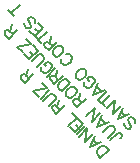
<source format=gbr>
%FSTAX23Y23*%
%MOIN*%
%SFA1B1*%

%IPPOS*%
%ADD23C,0.007874*%
%LNstrain_legend_bot-1*%
%LPD*%
G54D23*
X00817Y-01056D02*
X00845Y-01028D01*
X00817Y-01056D02*
X00808Y-01047D01*
X00805Y-01041*
Y-01036*
X00806Y-01032*
X00809Y-01027*
X00816Y-0102*
X00821Y-01017*
X00825Y-01016*
X0083*
X00836Y-01019*
X00845Y-01028*
X00799Y-00982D02*
X00782Y-0102D01*
X0082Y-01003*
X00807Y-01009D02*
X00794Y-00995D01*
X00765Y-01003D02*
X00792Y-00976D01*
X00765Y-01003D02*
X00774Y-00957D01*
X00746Y-00985D02*
X00774Y-00957D01*
X00738Y-00977D02*
X00766Y-00949D01*
X00715Y-00954D02*
X00732Y-00971D01*
X0076Y-00943*
X00743Y-00926*
X00746Y-00958D02*
X00735Y-00947D01*
X00711Y-00949D02*
X00738Y-00922D01*
X00723Y-00906*
X0067Y-00909D02*
X00698Y-00881D01*
X0067Y-00909D02*
X00658Y-00897D01*
X00655Y-00891*
Y-00889*
X00657Y-00885*
X00659Y-00882*
X00663Y-00881*
X00666*
X00671Y-00883*
X00683Y-00895*
X00674Y-00886D02*
X00679Y-00862D01*
X00645Y-00884D02*
X00665Y-00864D01*
X00668Y-00859*
Y-00853*
X00665Y-00848*
X00662Y-00845*
X00657Y-00843*
X00652*
X00646Y-00845*
X00626Y-00865*
X00619Y-00858D02*
X00647Y-0083D01*
X00594Y-00833D02*
X00641Y-00824D01*
X00613Y-00852D02*
X00594Y-00833D01*
X00641Y-00824D02*
X00622Y-00805D01*
X00566Y-00805D02*
X00594Y-00777D01*
X00566Y-00805D02*
X00554Y-00793D01*
X00552Y-00788*
Y-00785*
X00553Y-00781*
X00556Y-00779*
X0056Y-00777*
X00562*
X00568Y-0078*
X00579Y-00792*
X0057Y-00783D02*
X00576Y-00759D01*
X00851Y-00996D02*
X00872Y-00975D01*
X00877Y-00972*
X0088*
X00884Y-00973*
X00886Y-00976*
X00888Y-0098*
Y-00983*
X00885Y-00988*
X00882Y-00991*
X00843Y-00989D02*
X00863Y-00969D01*
X00866Y-00964*
Y-00958*
X00863Y-00953*
X00861Y-0095*
X00855Y-00948*
X0085*
X00845Y-0095*
X00825Y-0097*
X00824Y-00913D02*
X00807Y-00952D01*
X00845Y-00935*
X00832Y-0094D02*
X00818Y-00927D01*
X00789Y-00935D02*
X00817Y-00907D01*
X00789Y-00935D02*
X00799Y-00888D01*
X00771Y-00916D02*
X00799Y-00888D01*
X00741Y-00887D02*
X00769Y-00859D01*
X00741Y-00887D02*
X00729Y-00875D01*
X00727Y-00869*
Y-00867*
X00728Y-00863*
X00731Y-0086*
X00735Y-00859*
X00737*
X00743Y-00861*
X00755Y-00873*
X00745Y-00864D02*
X00751Y-0084D01*
X00709Y-00854D02*
X00713Y-00855D01*
X00718*
X00722Y-00854*
X00727Y-00851*
X00734Y-00845*
X00736Y-00839*
X00738Y-00835*
Y-0083*
X00736Y-00826*
X00731Y-00821*
X00727Y-00819*
X00722*
X00718Y-00821*
X00713Y-00823*
X00706Y-0083*
X00703Y-00835*
X00702Y-00839*
Y-00845*
X00703Y-00849*
X00709Y-00854*
X00689Y-00834D02*
X00717Y-00806D01*
X00689Y-00834D02*
X0068Y-00825D01*
X00677Y-0082*
Y-00814*
X00678Y-0081*
X00681Y-00805*
X00687Y-00798*
X00693Y-00796*
X00697Y-00794*
X00702*
X00707Y-00797*
X00717Y-00806*
X00664Y-00809D02*
X00692Y-00782D01*
X00664Y-00809D02*
X00652Y-00797D01*
X00649Y-00792*
Y-00789*
X00651Y-00786*
X00653Y-00783*
X00657Y-00782*
X0066*
X00665Y-00784*
X00677Y-00796*
X00668Y-00787D02*
X00673Y-00763D01*
X00639Y-00785D02*
X00667Y-00757D01*
X0062Y-00752D02*
X00619Y-00756D01*
Y-00762*
X0062Y-00765*
X00625Y-00771*
X00629Y-00772*
X00635*
X00639Y-00771*
X00644Y-00768*
X00651Y-00762*
X00653Y-00756*
X00655Y-00752*
Y-00747*
X00653Y-00743*
X00648Y-00738*
X00644Y-00736*
X00639*
X00635Y-00738*
X00631Y-00742*
X00637Y-00748D02*
X00631Y-00742D01*
X00607Y-00753D02*
X00627Y-00733D01*
X0063Y-00727*
Y-00722*
X00627Y-00717*
X00624Y-00714*
X00619Y-00711*
X00614*
X00609Y-00714*
X00589Y-00734*
X00564Y-00709D02*
X00581Y-00726D01*
X00609Y-00698*
X00592Y-00681*
X00594Y-00713D02*
X00584Y-00702D01*
X00541Y-00686D02*
X00587Y-00677D01*
X00559Y-00704D02*
X00541Y-00686D01*
X00587Y-00677D02*
X00568Y-00658D01*
X00512Y-00658D02*
X0054Y-0063D01*
X00512Y-00658D02*
X005Y-00646D01*
X00498Y-00641*
Y-00638*
X00499Y-00634*
X00502Y-00631*
X00506Y-0063*
X00508*
X00514Y-00633*
X00526Y-00644*
X00516Y-00635D02*
X00522Y-00611D01*
X00896Y-0094D02*
Y-00945D01*
X00899Y-0095*
X00904Y-00956*
X00909Y-00958*
X00915*
X00917Y-00956*
X00918Y-00952*
Y-00949*
X00917Y-00945*
X00912Y-00935*
X00911Y-00931*
Y-00928*
X00912Y-00924*
X00916Y-0092*
X00921*
X00926Y-00923*
X00932Y-00928*
X00934Y-00933*
Y-00938*
X00892Y-00889D02*
X00875Y-00927D01*
X00914Y-0091*
X009Y-00915D02*
X00887Y-00902D01*
X00858Y-0091D02*
X00886Y-00882D01*
X00858Y-0091D02*
X00867Y-00863D01*
X00839Y-00891D02*
X00867Y-00863D01*
X00823Y-00874D02*
X0085Y-00846D01*
X00832Y-00884D02*
X00813Y-00865D01*
X0081Y-00862D02*
X00838Y-00834D01*
X00811Y-00807D02*
X00794Y-00845D01*
X00832Y-00828*
X00819Y-00833D02*
X00805Y-0082D01*
X00763Y-00802D02*
X00762Y-00806D01*
Y-00811*
X00763Y-00815*
X00768Y-0082*
X00772Y-00822*
X00778*
X00782Y-0082*
X00787Y-00818*
X00794Y-00811*
X00796Y-00806*
X00798Y-00802*
Y-00796*
X00796Y-00792*
X00791Y-00787*
X00787Y-00786*
X00782*
X00778Y-00787*
X00774Y-00791*
X0078Y-00798D02*
X00774Y-00791D01*
X00742Y-00794D02*
X00746Y-00795D01*
X00751*
X00755Y-00794*
X00761Y-00791*
X00767Y-00785*
X0077Y-00779*
X00771Y-00775*
Y-0077*
X0077Y-00766*
X00765Y-00761*
X00761Y-0076*
X00755*
X00751Y-00761*
X00746Y-00764*
X0074Y-0077*
X00737Y-00775*
X00736Y-00779*
Y-00785*
X00737Y-00789*
X00742Y-00794*
X00687Y-00726D02*
X00686Y-0073D01*
Y-00735*
X00687Y-00739*
X00693Y-00744*
X00697Y-00746*
X00702*
X00706Y-00744*
X00711Y-00742*
X00718Y-00735*
X0072Y-0073*
X00722Y-00726*
Y-00721*
X0072Y-00717*
X00715Y-00711*
X00711Y-0071*
X00706*
X00702Y-00711*
X00665Y-00717D02*
X00669Y-00718D01*
X00674*
X00678Y-00717*
X00683Y-00714*
X0069Y-00707*
X00693Y-00702*
X00694Y-00698*
Y-00693*
X00693Y-00689*
X00687Y-00684*
X00683Y-00682*
X00678*
X00674Y-00684*
X00669Y-00686*
X00662Y-00693*
X0066Y-00698*
X00658Y-00702*
Y-00707*
X0066Y-00711*
X00665Y-00717*
X00645Y-00697D02*
X00673Y-00669D01*
X00645Y-00697D02*
X00633Y-00685D01*
X00631Y-0068*
Y-00677*
X00632Y-00673*
X00635Y-0067*
X00639Y-00669*
X00641*
X00647Y-00672*
X00658Y-00684*
X00649Y-00674D02*
X00654Y-00651D01*
X00611Y-00663D02*
X00639Y-00635D01*
X0062Y-00672D02*
X00602Y-00654D01*
X00581Y-00633D02*
X00599Y-0065D01*
X00626Y-00623*
X00609Y-00605*
X00612Y-00637D02*
X00601Y-00626D01*
X00562Y-00606D02*
Y-00611D01*
X00565Y-00617*
X0057Y-00622*
X00575Y-00624*
X00581*
X00583Y-00622*
X00585Y-00618*
Y-00615*
X00583Y-00611*
X00578Y-00601*
X00577Y-00597*
Y-00594*
X00578Y-0059*
X00582Y-00586*
X00587*
X00593Y-00589*
X00598Y-00594*
X00601Y-00599*
Y-00605*
X00521Y-00573D02*
X00549Y-00545D01*
X0053Y-00582D02*
X00511Y-00563D01*
M02*
</source>
